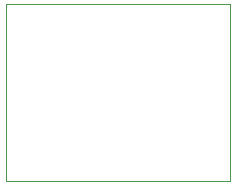
<source format=gbp>
G75*
%MOIN*%
%OFA0B0*%
%FSLAX25Y25*%
%IPPOS*%
%LPD*%
%AMOC8*
5,1,8,0,0,1.08239X$1,22.5*
%
%ADD10C,0.00000*%
D10*
X0001000Y0001000D02*
X0001000Y0059780D01*
X0075685Y0059780D01*
X0075685Y0001000D01*
X0001000Y0001000D01*
M02*

</source>
